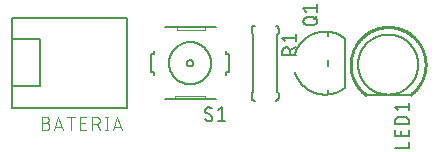
<source format=gbr>
G04 EAGLE Gerber X2 export*
%TF.Part,Single*%
%TF.FileFunction,Legend,Top,1*%
%TF.FilePolarity,Positive*%
%TF.GenerationSoftware,Autodesk,EAGLE,9.1.0*%
%TF.CreationDate,2018-09-09T02:29:42Z*%
G75*
%MOMM*%
%FSLAX34Y34*%
%LPD*%
%AMOC8*
5,1,8,0,0,1.08239X$1,22.5*%
G01*
%ADD10C,0.203200*%
%ADD11C,0.101600*%
%ADD12C,0.254000*%
%ADD13C,0.152400*%
%ADD14C,0.127000*%
%ADD15C,0.050800*%


D10*
X14000Y101600D02*
X14000Y83600D01*
X14000Y43650D01*
X14000Y25650D01*
X111750Y25650D01*
X111750Y101600D01*
X14000Y101600D01*
X38250Y83600D02*
X38250Y43650D01*
X38250Y83600D02*
X14000Y83600D01*
X14000Y43650D02*
X38250Y43650D01*
D11*
X39511Y12999D02*
X42757Y12999D01*
X42757Y13000D02*
X42870Y12998D01*
X42983Y12992D01*
X43096Y12982D01*
X43209Y12968D01*
X43321Y12951D01*
X43432Y12929D01*
X43542Y12904D01*
X43652Y12874D01*
X43760Y12841D01*
X43867Y12804D01*
X43973Y12764D01*
X44077Y12719D01*
X44180Y12671D01*
X44281Y12620D01*
X44380Y12565D01*
X44477Y12507D01*
X44572Y12445D01*
X44665Y12380D01*
X44755Y12312D01*
X44843Y12241D01*
X44929Y12166D01*
X45012Y12089D01*
X45092Y12009D01*
X45169Y11926D01*
X45244Y11840D01*
X45315Y11752D01*
X45383Y11662D01*
X45448Y11569D01*
X45510Y11474D01*
X45568Y11377D01*
X45623Y11278D01*
X45674Y11177D01*
X45722Y11074D01*
X45767Y10970D01*
X45807Y10864D01*
X45844Y10757D01*
X45877Y10649D01*
X45907Y10539D01*
X45932Y10429D01*
X45954Y10318D01*
X45971Y10206D01*
X45985Y10093D01*
X45995Y9980D01*
X46001Y9867D01*
X46003Y9754D01*
X46001Y9641D01*
X45995Y9528D01*
X45985Y9415D01*
X45971Y9302D01*
X45954Y9190D01*
X45932Y9079D01*
X45907Y8969D01*
X45877Y8859D01*
X45844Y8751D01*
X45807Y8644D01*
X45767Y8538D01*
X45722Y8434D01*
X45674Y8331D01*
X45623Y8230D01*
X45568Y8131D01*
X45510Y8034D01*
X45448Y7939D01*
X45383Y7846D01*
X45315Y7756D01*
X45244Y7668D01*
X45169Y7582D01*
X45092Y7499D01*
X45012Y7419D01*
X44929Y7342D01*
X44843Y7267D01*
X44755Y7196D01*
X44665Y7128D01*
X44572Y7063D01*
X44477Y7001D01*
X44380Y6943D01*
X44281Y6888D01*
X44180Y6837D01*
X44077Y6789D01*
X43973Y6744D01*
X43867Y6704D01*
X43760Y6667D01*
X43652Y6634D01*
X43542Y6604D01*
X43432Y6579D01*
X43321Y6557D01*
X43209Y6540D01*
X43096Y6526D01*
X42983Y6516D01*
X42870Y6510D01*
X42757Y6508D01*
X39511Y6508D01*
X39511Y18192D01*
X42757Y18192D01*
X42858Y18190D01*
X42958Y18184D01*
X43058Y18174D01*
X43158Y18161D01*
X43257Y18143D01*
X43356Y18122D01*
X43453Y18097D01*
X43550Y18068D01*
X43645Y18035D01*
X43739Y17999D01*
X43831Y17959D01*
X43922Y17916D01*
X44011Y17869D01*
X44098Y17819D01*
X44184Y17765D01*
X44267Y17708D01*
X44347Y17648D01*
X44426Y17585D01*
X44502Y17518D01*
X44575Y17449D01*
X44645Y17377D01*
X44713Y17303D01*
X44778Y17226D01*
X44839Y17146D01*
X44898Y17064D01*
X44953Y16980D01*
X45005Y16894D01*
X45054Y16806D01*
X45099Y16716D01*
X45141Y16624D01*
X45179Y16531D01*
X45213Y16436D01*
X45244Y16341D01*
X45271Y16244D01*
X45294Y16146D01*
X45314Y16047D01*
X45329Y15947D01*
X45341Y15847D01*
X45349Y15747D01*
X45353Y15646D01*
X45353Y15546D01*
X45349Y15445D01*
X45341Y15345D01*
X45329Y15245D01*
X45314Y15145D01*
X45294Y15046D01*
X45271Y14948D01*
X45244Y14851D01*
X45213Y14756D01*
X45179Y14661D01*
X45141Y14568D01*
X45099Y14476D01*
X45054Y14386D01*
X45005Y14298D01*
X44953Y14212D01*
X44898Y14128D01*
X44839Y14046D01*
X44778Y13966D01*
X44713Y13889D01*
X44645Y13815D01*
X44575Y13743D01*
X44502Y13674D01*
X44426Y13607D01*
X44347Y13544D01*
X44267Y13484D01*
X44184Y13427D01*
X44098Y13373D01*
X44011Y13323D01*
X43922Y13276D01*
X43831Y13233D01*
X43739Y13193D01*
X43645Y13157D01*
X43550Y13124D01*
X43453Y13095D01*
X43356Y13070D01*
X43257Y13049D01*
X43158Y13031D01*
X43058Y13018D01*
X42958Y13008D01*
X42858Y13002D01*
X42757Y13000D01*
X49742Y6508D02*
X53636Y18192D01*
X57531Y6508D01*
X56557Y9429D02*
X50715Y9429D01*
X64304Y6508D02*
X64304Y18192D01*
X61059Y18192D02*
X67550Y18192D01*
X72130Y6508D02*
X77323Y6508D01*
X72130Y6508D02*
X72130Y18192D01*
X77323Y18192D01*
X76025Y12999D02*
X72130Y12999D01*
X82087Y18192D02*
X82087Y6508D01*
X82087Y18192D02*
X85333Y18192D01*
X85446Y18190D01*
X85559Y18184D01*
X85672Y18174D01*
X85785Y18160D01*
X85897Y18143D01*
X86008Y18121D01*
X86118Y18096D01*
X86228Y18066D01*
X86336Y18033D01*
X86443Y17996D01*
X86549Y17956D01*
X86653Y17911D01*
X86756Y17863D01*
X86857Y17812D01*
X86956Y17757D01*
X87053Y17699D01*
X87148Y17637D01*
X87241Y17572D01*
X87331Y17504D01*
X87419Y17433D01*
X87505Y17358D01*
X87588Y17281D01*
X87668Y17201D01*
X87745Y17118D01*
X87820Y17032D01*
X87891Y16944D01*
X87959Y16854D01*
X88024Y16761D01*
X88086Y16666D01*
X88144Y16569D01*
X88199Y16470D01*
X88250Y16369D01*
X88298Y16266D01*
X88343Y16162D01*
X88383Y16056D01*
X88420Y15949D01*
X88453Y15841D01*
X88483Y15731D01*
X88508Y15621D01*
X88530Y15510D01*
X88547Y15398D01*
X88561Y15285D01*
X88571Y15172D01*
X88577Y15059D01*
X88579Y14946D01*
X88577Y14833D01*
X88571Y14720D01*
X88561Y14607D01*
X88547Y14494D01*
X88530Y14382D01*
X88508Y14271D01*
X88483Y14161D01*
X88453Y14051D01*
X88420Y13943D01*
X88383Y13836D01*
X88343Y13730D01*
X88298Y13626D01*
X88250Y13523D01*
X88199Y13422D01*
X88144Y13323D01*
X88086Y13226D01*
X88024Y13131D01*
X87959Y13038D01*
X87891Y12948D01*
X87820Y12860D01*
X87745Y12774D01*
X87668Y12691D01*
X87588Y12611D01*
X87505Y12534D01*
X87419Y12459D01*
X87331Y12388D01*
X87241Y12320D01*
X87148Y12255D01*
X87053Y12193D01*
X86956Y12135D01*
X86857Y12080D01*
X86756Y12029D01*
X86653Y11981D01*
X86549Y11936D01*
X86443Y11896D01*
X86336Y11859D01*
X86228Y11826D01*
X86118Y11796D01*
X86008Y11771D01*
X85897Y11749D01*
X85785Y11732D01*
X85672Y11718D01*
X85559Y11708D01*
X85446Y11702D01*
X85333Y11700D01*
X85333Y11701D02*
X82087Y11701D01*
X85982Y11701D02*
X88579Y6508D01*
X94403Y6508D02*
X94403Y18192D01*
X93105Y6508D02*
X95702Y6508D01*
X95702Y18192D02*
X93105Y18192D01*
X103547Y18192D02*
X99653Y6508D01*
X107442Y6508D02*
X103547Y18192D01*
X106468Y9429D02*
X100626Y9429D01*
D10*
X313690Y36830D02*
X351790Y36830D01*
D12*
X352406Y37304D01*
X353011Y37793D01*
X353603Y38297D01*
X354183Y38815D01*
X354750Y39347D01*
X355304Y39893D01*
X355844Y40452D01*
X356370Y41025D01*
X356883Y41610D01*
X357380Y42207D01*
X357863Y42816D01*
X358331Y43437D01*
X358784Y44070D01*
X359221Y44713D01*
X359642Y45367D01*
X360046Y46031D01*
X360435Y46704D01*
X360807Y47387D01*
X361162Y48079D01*
X361500Y48779D01*
X361821Y49487D01*
X362124Y50203D01*
X362410Y50927D01*
X362678Y51656D01*
X362928Y52393D01*
X363159Y53135D01*
X363373Y53883D01*
X363568Y54635D01*
X363745Y55393D01*
X363903Y56154D01*
X364043Y56919D01*
X364163Y57687D01*
X364265Y58458D01*
X364348Y59231D01*
X364412Y60006D01*
X364457Y60782D01*
X364483Y61559D01*
X364490Y62337D01*
X364478Y63114D01*
X364447Y63891D01*
X364396Y64667D01*
X364327Y65442D01*
X364239Y66214D01*
X364132Y66984D01*
X364006Y67752D01*
X363862Y68516D01*
X363698Y69276D01*
X363516Y70032D01*
X363316Y70783D01*
X363098Y71530D01*
X362861Y72270D01*
X362606Y73005D01*
X362333Y73733D01*
X362042Y74454D01*
X361734Y75168D01*
X361409Y75874D01*
X361066Y76572D01*
X360706Y77262D01*
X360330Y77942D01*
X359937Y78613D01*
X359527Y79274D01*
X359102Y79925D01*
X358661Y80565D01*
X358204Y81194D01*
X357732Y81812D01*
X357245Y82418D01*
X356743Y83012D01*
X356227Y83594D01*
X355697Y84163D01*
X355153Y84718D01*
X354595Y85261D01*
X354025Y85789D01*
X353442Y86303D01*
X352846Y86803D01*
X352238Y87288D01*
X351619Y87758D01*
X350988Y88212D01*
X350346Y88651D01*
X349694Y89075D01*
X349031Y89482D01*
X348359Y89873D01*
X347677Y90247D01*
X346987Y90604D01*
X346288Y90944D01*
X345580Y91268D01*
X344866Y91573D01*
X344143Y91862D01*
X343414Y92132D01*
X342679Y92384D01*
X341937Y92619D01*
X341190Y92835D01*
X340438Y93033D01*
X339682Y93212D01*
X338921Y93373D01*
X338157Y93515D01*
X337389Y93638D01*
X336618Y93742D01*
X335845Y93828D01*
X335071Y93894D01*
X334295Y93942D01*
X333518Y93970D01*
X332740Y93980D01*
X331962Y93970D01*
X331185Y93942D01*
X330409Y93894D01*
X329635Y93828D01*
X328862Y93742D01*
X328091Y93638D01*
X327323Y93515D01*
X326559Y93373D01*
X325798Y93212D01*
X325042Y93033D01*
X324290Y92835D01*
X323543Y92619D01*
X322801Y92384D01*
X322066Y92132D01*
X321337Y91862D01*
X320614Y91573D01*
X319900Y91268D01*
X319192Y90944D01*
X318493Y90604D01*
X317803Y90247D01*
X317121Y89873D01*
X316449Y89482D01*
X315786Y89075D01*
X315134Y88651D01*
X314492Y88212D01*
X313861Y87758D01*
X313242Y87288D01*
X312634Y86803D01*
X312038Y86303D01*
X311455Y85789D01*
X310885Y85261D01*
X310327Y84718D01*
X309783Y84163D01*
X309253Y83594D01*
X308737Y83012D01*
X308235Y82418D01*
X307748Y81812D01*
X307276Y81194D01*
X306819Y80565D01*
X306378Y79925D01*
X305953Y79274D01*
X305543Y78613D01*
X305150Y77942D01*
X304774Y77262D01*
X304414Y76572D01*
X304071Y75874D01*
X303746Y75168D01*
X303438Y74454D01*
X303147Y73733D01*
X302874Y73005D01*
X302619Y72270D01*
X302382Y71530D01*
X302164Y70783D01*
X301964Y70032D01*
X301782Y69276D01*
X301618Y68516D01*
X301474Y67752D01*
X301348Y66984D01*
X301241Y66214D01*
X301153Y65442D01*
X301084Y64667D01*
X301033Y63891D01*
X301002Y63114D01*
X300990Y62337D01*
X300997Y61559D01*
X301023Y60782D01*
X301068Y60006D01*
X301132Y59231D01*
X301215Y58458D01*
X301317Y57687D01*
X301437Y56919D01*
X301577Y56154D01*
X301735Y55393D01*
X301912Y54635D01*
X302107Y53883D01*
X302321Y53135D01*
X302552Y52393D01*
X302802Y51656D01*
X303070Y50927D01*
X303356Y50203D01*
X303659Y49487D01*
X303980Y48779D01*
X304318Y48079D01*
X304673Y47387D01*
X305045Y46704D01*
X305434Y46031D01*
X305838Y45367D01*
X306259Y44713D01*
X306696Y44070D01*
X307149Y43437D01*
X307617Y42816D01*
X308100Y42207D01*
X308597Y41610D01*
X309110Y41025D01*
X309636Y40452D01*
X310176Y39893D01*
X310730Y39347D01*
X311297Y38815D01*
X311877Y38297D01*
X312469Y37793D01*
X313074Y37304D01*
X313690Y36830D01*
D13*
X307340Y62230D02*
X307348Y62853D01*
X307371Y63476D01*
X307409Y64099D01*
X307462Y64720D01*
X307531Y65339D01*
X307615Y65957D01*
X307714Y66572D01*
X307828Y67185D01*
X307957Y67795D01*
X308101Y68402D01*
X308260Y69005D01*
X308434Y69603D01*
X308622Y70198D01*
X308825Y70787D01*
X309042Y71371D01*
X309273Y71950D01*
X309519Y72523D01*
X309779Y73090D01*
X310052Y73650D01*
X310339Y74203D01*
X310640Y74750D01*
X310954Y75288D01*
X311281Y75819D01*
X311621Y76341D01*
X311973Y76856D01*
X312339Y77361D01*
X312716Y77857D01*
X313106Y78344D01*
X313507Y78821D01*
X313920Y79288D01*
X314344Y79744D01*
X314779Y80191D01*
X315226Y80626D01*
X315682Y81050D01*
X316149Y81463D01*
X316626Y81864D01*
X317113Y82254D01*
X317609Y82631D01*
X318114Y82997D01*
X318629Y83349D01*
X319151Y83689D01*
X319682Y84016D01*
X320220Y84330D01*
X320767Y84631D01*
X321320Y84918D01*
X321880Y85191D01*
X322447Y85451D01*
X323020Y85697D01*
X323599Y85928D01*
X324183Y86145D01*
X324772Y86348D01*
X325367Y86536D01*
X325965Y86710D01*
X326568Y86869D01*
X327175Y87013D01*
X327785Y87142D01*
X328398Y87256D01*
X329013Y87355D01*
X329631Y87439D01*
X330250Y87508D01*
X330871Y87561D01*
X331494Y87599D01*
X332117Y87622D01*
X332740Y87630D01*
X333363Y87622D01*
X333986Y87599D01*
X334609Y87561D01*
X335230Y87508D01*
X335849Y87439D01*
X336467Y87355D01*
X337082Y87256D01*
X337695Y87142D01*
X338305Y87013D01*
X338912Y86869D01*
X339515Y86710D01*
X340113Y86536D01*
X340708Y86348D01*
X341297Y86145D01*
X341881Y85928D01*
X342460Y85697D01*
X343033Y85451D01*
X343600Y85191D01*
X344160Y84918D01*
X344713Y84631D01*
X345260Y84330D01*
X345798Y84016D01*
X346329Y83689D01*
X346851Y83349D01*
X347366Y82997D01*
X347871Y82631D01*
X348367Y82254D01*
X348854Y81864D01*
X349331Y81463D01*
X349798Y81050D01*
X350254Y80626D01*
X350701Y80191D01*
X351136Y79744D01*
X351560Y79288D01*
X351973Y78821D01*
X352374Y78344D01*
X352764Y77857D01*
X353141Y77361D01*
X353507Y76856D01*
X353859Y76341D01*
X354199Y75819D01*
X354526Y75288D01*
X354840Y74750D01*
X355141Y74203D01*
X355428Y73650D01*
X355701Y73090D01*
X355961Y72523D01*
X356207Y71950D01*
X356438Y71371D01*
X356655Y70787D01*
X356858Y70198D01*
X357046Y69603D01*
X357220Y69005D01*
X357379Y68402D01*
X357523Y67795D01*
X357652Y67185D01*
X357766Y66572D01*
X357865Y65957D01*
X357949Y65339D01*
X358018Y64720D01*
X358071Y64099D01*
X358109Y63476D01*
X358132Y62853D01*
X358140Y62230D01*
X358132Y61607D01*
X358109Y60984D01*
X358071Y60361D01*
X358018Y59740D01*
X357949Y59121D01*
X357865Y58503D01*
X357766Y57888D01*
X357652Y57275D01*
X357523Y56665D01*
X357379Y56058D01*
X357220Y55455D01*
X357046Y54857D01*
X356858Y54262D01*
X356655Y53673D01*
X356438Y53089D01*
X356207Y52510D01*
X355961Y51937D01*
X355701Y51370D01*
X355428Y50810D01*
X355141Y50257D01*
X354840Y49710D01*
X354526Y49172D01*
X354199Y48641D01*
X353859Y48119D01*
X353507Y47604D01*
X353141Y47099D01*
X352764Y46603D01*
X352374Y46116D01*
X351973Y45639D01*
X351560Y45172D01*
X351136Y44716D01*
X350701Y44269D01*
X350254Y43834D01*
X349798Y43410D01*
X349331Y42997D01*
X348854Y42596D01*
X348367Y42206D01*
X347871Y41829D01*
X347366Y41463D01*
X346851Y41111D01*
X346329Y40771D01*
X345798Y40444D01*
X345260Y40130D01*
X344713Y39829D01*
X344160Y39542D01*
X343600Y39269D01*
X343033Y39009D01*
X342460Y38763D01*
X341881Y38532D01*
X341297Y38315D01*
X340708Y38112D01*
X340113Y37924D01*
X339515Y37750D01*
X338912Y37591D01*
X338305Y37447D01*
X337695Y37318D01*
X337082Y37204D01*
X336467Y37105D01*
X335849Y37021D01*
X335230Y36952D01*
X334609Y36899D01*
X333986Y36861D01*
X333363Y36838D01*
X332740Y36830D01*
X332117Y36838D01*
X331494Y36861D01*
X330871Y36899D01*
X330250Y36952D01*
X329631Y37021D01*
X329013Y37105D01*
X328398Y37204D01*
X327785Y37318D01*
X327175Y37447D01*
X326568Y37591D01*
X325965Y37750D01*
X325367Y37924D01*
X324772Y38112D01*
X324183Y38315D01*
X323599Y38532D01*
X323020Y38763D01*
X322447Y39009D01*
X321880Y39269D01*
X321320Y39542D01*
X320767Y39829D01*
X320220Y40130D01*
X319682Y40444D01*
X319151Y40771D01*
X318629Y41111D01*
X318114Y41463D01*
X317609Y41829D01*
X317113Y42206D01*
X316626Y42596D01*
X316149Y42997D01*
X315682Y43410D01*
X315226Y43834D01*
X314779Y44269D01*
X314344Y44716D01*
X313920Y45172D01*
X313507Y45639D01*
X313106Y46116D01*
X312716Y46603D01*
X312339Y47099D01*
X311973Y47604D01*
X311621Y48119D01*
X311281Y48641D01*
X310954Y49172D01*
X310640Y49710D01*
X310339Y50257D01*
X310052Y50810D01*
X309779Y51370D01*
X309519Y51937D01*
X309273Y52510D01*
X309042Y53089D01*
X308825Y53673D01*
X308622Y54262D01*
X308434Y54857D01*
X308260Y55455D01*
X308101Y56058D01*
X307957Y56665D01*
X307828Y57275D01*
X307714Y57888D01*
X307615Y58503D01*
X307531Y59121D01*
X307462Y59740D01*
X307409Y60361D01*
X307371Y60984D01*
X307348Y61607D01*
X307340Y62230D01*
D14*
X338709Y-8103D02*
X350139Y-8103D01*
X350139Y-3023D01*
X350139Y1803D02*
X350139Y6883D01*
X350139Y1803D02*
X338709Y1803D01*
X338709Y6883D01*
X343789Y5613D02*
X343789Y1803D01*
X338709Y11684D02*
X350139Y11684D01*
X338709Y11684D02*
X338709Y14859D01*
X338711Y14970D01*
X338717Y15080D01*
X338726Y15191D01*
X338740Y15301D01*
X338757Y15410D01*
X338778Y15519D01*
X338803Y15627D01*
X338832Y15734D01*
X338864Y15840D01*
X338900Y15945D01*
X338940Y16048D01*
X338983Y16150D01*
X339030Y16251D01*
X339081Y16350D01*
X339134Y16446D01*
X339191Y16541D01*
X339252Y16634D01*
X339315Y16725D01*
X339382Y16814D01*
X339452Y16900D01*
X339525Y16983D01*
X339600Y17065D01*
X339678Y17143D01*
X339760Y17218D01*
X339843Y17291D01*
X339929Y17361D01*
X340018Y17428D01*
X340109Y17491D01*
X340202Y17552D01*
X340297Y17609D01*
X340393Y17662D01*
X340492Y17713D01*
X340593Y17760D01*
X340695Y17803D01*
X340798Y17843D01*
X340903Y17879D01*
X341009Y17911D01*
X341116Y17940D01*
X341224Y17965D01*
X341333Y17986D01*
X341442Y18003D01*
X341552Y18017D01*
X341663Y18026D01*
X341773Y18032D01*
X341884Y18034D01*
X346964Y18034D01*
X347075Y18032D01*
X347185Y18026D01*
X347296Y18017D01*
X347406Y18003D01*
X347515Y17986D01*
X347624Y17965D01*
X347732Y17940D01*
X347839Y17911D01*
X347945Y17879D01*
X348050Y17843D01*
X348153Y17803D01*
X348255Y17760D01*
X348356Y17713D01*
X348455Y17662D01*
X348552Y17609D01*
X348646Y17552D01*
X348739Y17491D01*
X348830Y17428D01*
X348919Y17361D01*
X349005Y17291D01*
X349088Y17218D01*
X349170Y17143D01*
X349248Y17065D01*
X349323Y16983D01*
X349396Y16900D01*
X349466Y16814D01*
X349533Y16725D01*
X349596Y16634D01*
X349657Y16541D01*
X349714Y16447D01*
X349767Y16350D01*
X349818Y16251D01*
X349865Y16150D01*
X349908Y16048D01*
X349948Y15945D01*
X349984Y15840D01*
X350016Y15734D01*
X350045Y15627D01*
X350070Y15519D01*
X350091Y15410D01*
X350108Y15301D01*
X350122Y15191D01*
X350131Y15080D01*
X350137Y14970D01*
X350139Y14859D01*
X350139Y11684D01*
X341249Y23495D02*
X338709Y26670D01*
X350139Y26670D01*
X350139Y23495D02*
X350139Y29845D01*
X295909Y42554D02*
X295405Y42167D01*
X294892Y41791D01*
X294370Y41428D01*
X293840Y41077D01*
X293302Y40740D01*
X292755Y40415D01*
X292201Y40103D01*
X291640Y39804D01*
X291071Y39519D01*
X290496Y39248D01*
X289915Y38990D01*
X289328Y38747D01*
X288735Y38517D01*
X288137Y38302D01*
X287534Y38101D01*
X286926Y37914D01*
X286314Y37742D01*
X285698Y37584D01*
X285078Y37442D01*
X284456Y37314D01*
X283830Y37201D01*
X283202Y37102D01*
X282572Y37019D01*
X281939Y36951D01*
X281940Y36951D02*
X281291Y36897D01*
X280642Y36859D01*
X279991Y36837D01*
X279340Y36830D01*
X278689Y36839D01*
X278039Y36865D01*
X277389Y36906D01*
X276741Y36963D01*
X276094Y37036D01*
X275449Y37124D01*
X274806Y37229D01*
X274166Y37349D01*
X273530Y37484D01*
X272896Y37635D01*
X272267Y37802D01*
X271642Y37983D01*
X271021Y38180D01*
X270406Y38392D01*
X269796Y38619D01*
X269191Y38861D01*
X268593Y39118D01*
X268001Y39389D01*
X267416Y39674D01*
X266838Y39974D01*
X266268Y40287D01*
X265705Y40615D01*
X265151Y40956D01*
X264605Y41310D01*
X264068Y41678D01*
X263539Y42059D01*
X263021Y42452D01*
X262512Y42858D01*
X262013Y43276D01*
X261525Y43707D01*
X261047Y44149D01*
X260580Y44603D01*
X260125Y45068D01*
X259681Y45544D01*
X259248Y46030D01*
X258828Y46527D01*
X258420Y47034D01*
X258024Y47551D01*
X257641Y48078D01*
X257271Y48614D01*
X256914Y49158D01*
X256571Y49711D01*
X256241Y50272D01*
X255925Y50842D01*
X255623Y51418D01*
X255336Y52002D01*
X255062Y52593D01*
X254803Y53190D01*
X254559Y53794D01*
X254329Y54403D01*
X254115Y55017D01*
X253915Y55637D01*
X253915Y71363D02*
X254114Y71978D01*
X254326Y72589D01*
X254554Y73194D01*
X254796Y73793D01*
X255053Y74386D01*
X255324Y74973D01*
X255609Y75553D01*
X255908Y76126D01*
X256221Y76692D01*
X256548Y77250D01*
X256888Y77800D01*
X257241Y78341D01*
X257607Y78874D01*
X257986Y79397D01*
X258378Y79912D01*
X258781Y80416D01*
X259198Y80911D01*
X259625Y81396D01*
X260065Y81870D01*
X260516Y82333D01*
X260978Y82785D01*
X261451Y83226D01*
X261934Y83655D01*
X262428Y84072D01*
X262931Y84478D01*
X263444Y84871D01*
X263967Y85251D01*
X264499Y85619D01*
X265039Y85973D01*
X265588Y86315D01*
X266145Y86643D01*
X266710Y86957D01*
X267282Y87258D01*
X267861Y87545D01*
X268448Y87817D01*
X269040Y88076D01*
X269639Y88319D01*
X270243Y88549D01*
X270853Y88763D01*
X271468Y88963D01*
X272087Y89148D01*
X272711Y89318D01*
X273339Y89472D01*
X273970Y89611D01*
X274604Y89735D01*
X275242Y89844D01*
X275881Y89937D01*
X276523Y90014D01*
X277166Y90076D01*
X277811Y90123D01*
X278457Y90153D01*
X279103Y90168D01*
X279749Y90168D01*
X280396Y90151D01*
X281041Y90119D01*
X281686Y90072D01*
X282329Y90009D01*
X282971Y89930D01*
X283610Y89836D01*
X284247Y89726D01*
X284882Y89601D01*
X285513Y89460D01*
X286140Y89304D01*
X286763Y89133D01*
X287382Y88947D01*
X287997Y88746D01*
X288606Y88531D01*
X289210Y88300D01*
X289808Y88055D01*
X290400Y87796D01*
X290986Y87522D01*
X291565Y87234D01*
X292136Y86932D01*
X292701Y86617D01*
X293257Y86288D01*
X293805Y85945D01*
X294345Y85589D01*
X294876Y85221D01*
X295398Y84839D01*
X295910Y84445D01*
X295910Y42555D01*
X281940Y40963D02*
X281940Y36951D01*
X281940Y60637D02*
X281940Y66363D01*
X281940Y86037D02*
X281940Y90049D01*
X269240Y95885D02*
X264160Y95885D01*
X264049Y95887D01*
X263939Y95893D01*
X263828Y95902D01*
X263718Y95916D01*
X263609Y95933D01*
X263500Y95954D01*
X263392Y95979D01*
X263285Y96008D01*
X263179Y96040D01*
X263074Y96076D01*
X262971Y96116D01*
X262869Y96159D01*
X262768Y96206D01*
X262669Y96257D01*
X262573Y96310D01*
X262478Y96367D01*
X262385Y96428D01*
X262294Y96491D01*
X262205Y96558D01*
X262119Y96628D01*
X262036Y96701D01*
X261954Y96776D01*
X261876Y96854D01*
X261801Y96936D01*
X261728Y97019D01*
X261658Y97105D01*
X261591Y97194D01*
X261528Y97285D01*
X261467Y97378D01*
X261410Y97472D01*
X261357Y97569D01*
X261306Y97668D01*
X261259Y97769D01*
X261216Y97871D01*
X261176Y97974D01*
X261140Y98079D01*
X261108Y98185D01*
X261079Y98292D01*
X261054Y98400D01*
X261033Y98509D01*
X261016Y98618D01*
X261002Y98728D01*
X260993Y98839D01*
X260987Y98949D01*
X260985Y99060D01*
X260987Y99171D01*
X260993Y99281D01*
X261002Y99392D01*
X261016Y99502D01*
X261033Y99611D01*
X261054Y99720D01*
X261079Y99828D01*
X261108Y99935D01*
X261140Y100041D01*
X261176Y100146D01*
X261216Y100249D01*
X261259Y100351D01*
X261306Y100452D01*
X261357Y100551D01*
X261410Y100648D01*
X261467Y100742D01*
X261528Y100835D01*
X261591Y100926D01*
X261658Y101015D01*
X261728Y101101D01*
X261801Y101184D01*
X261876Y101266D01*
X261954Y101344D01*
X262036Y101419D01*
X262119Y101492D01*
X262205Y101562D01*
X262294Y101629D01*
X262385Y101692D01*
X262478Y101753D01*
X262573Y101810D01*
X262669Y101863D01*
X262768Y101914D01*
X262869Y101961D01*
X262971Y102004D01*
X263074Y102044D01*
X263179Y102080D01*
X263285Y102112D01*
X263392Y102141D01*
X263500Y102166D01*
X263609Y102187D01*
X263718Y102204D01*
X263828Y102218D01*
X263939Y102227D01*
X264049Y102233D01*
X264160Y102235D01*
X269240Y102235D01*
X269351Y102233D01*
X269461Y102227D01*
X269572Y102218D01*
X269682Y102204D01*
X269791Y102187D01*
X269900Y102166D01*
X270008Y102141D01*
X270115Y102112D01*
X270221Y102080D01*
X270326Y102044D01*
X270429Y102004D01*
X270531Y101961D01*
X270632Y101914D01*
X270731Y101863D01*
X270828Y101810D01*
X270922Y101753D01*
X271015Y101692D01*
X271106Y101629D01*
X271195Y101562D01*
X271281Y101492D01*
X271364Y101419D01*
X271446Y101344D01*
X271524Y101266D01*
X271599Y101184D01*
X271672Y101101D01*
X271742Y101015D01*
X271809Y100926D01*
X271872Y100835D01*
X271933Y100742D01*
X271990Y100647D01*
X272043Y100551D01*
X272094Y100452D01*
X272141Y100351D01*
X272184Y100249D01*
X272224Y100146D01*
X272260Y100041D01*
X272292Y99935D01*
X272321Y99828D01*
X272346Y99720D01*
X272367Y99611D01*
X272384Y99502D01*
X272398Y99392D01*
X272407Y99281D01*
X272413Y99171D01*
X272415Y99060D01*
X272413Y98949D01*
X272407Y98839D01*
X272398Y98728D01*
X272384Y98618D01*
X272367Y98509D01*
X272346Y98400D01*
X272321Y98292D01*
X272292Y98185D01*
X272260Y98079D01*
X272224Y97974D01*
X272184Y97871D01*
X272141Y97769D01*
X272094Y97668D01*
X272043Y97569D01*
X271990Y97472D01*
X271933Y97378D01*
X271872Y97285D01*
X271809Y97194D01*
X271742Y97105D01*
X271672Y97019D01*
X271599Y96936D01*
X271524Y96854D01*
X271446Y96776D01*
X271364Y96701D01*
X271281Y96628D01*
X271195Y96558D01*
X271106Y96491D01*
X271015Y96428D01*
X270922Y96367D01*
X270828Y96310D01*
X270731Y96257D01*
X270632Y96206D01*
X270531Y96159D01*
X270429Y96116D01*
X270326Y96076D01*
X270221Y96040D01*
X270115Y96008D01*
X270008Y95979D01*
X269900Y95954D01*
X269791Y95933D01*
X269682Y95916D01*
X269572Y95902D01*
X269461Y95893D01*
X269351Y95887D01*
X269240Y95885D01*
X269875Y100965D02*
X272415Y103505D01*
X263525Y106946D02*
X260985Y110121D01*
X272415Y110121D01*
X272415Y106946D02*
X272415Y113296D01*
D13*
X240030Y92710D02*
X240028Y92810D01*
X240022Y92909D01*
X240012Y93009D01*
X239999Y93107D01*
X239981Y93206D01*
X239960Y93303D01*
X239935Y93399D01*
X239906Y93495D01*
X239873Y93589D01*
X239837Y93682D01*
X239797Y93773D01*
X239753Y93863D01*
X239706Y93951D01*
X239656Y94037D01*
X239602Y94121D01*
X239545Y94203D01*
X239485Y94282D01*
X239421Y94360D01*
X239355Y94434D01*
X239286Y94506D01*
X239214Y94575D01*
X239140Y94641D01*
X239062Y94705D01*
X238983Y94765D01*
X238901Y94822D01*
X238817Y94876D01*
X238731Y94926D01*
X238643Y94973D01*
X238553Y95017D01*
X238462Y95057D01*
X238369Y95093D01*
X238275Y95126D01*
X238179Y95155D01*
X238083Y95180D01*
X237986Y95201D01*
X237887Y95219D01*
X237789Y95232D01*
X237689Y95242D01*
X237590Y95248D01*
X237490Y95250D01*
X219710Y95250D02*
X219610Y95248D01*
X219511Y95242D01*
X219411Y95232D01*
X219313Y95219D01*
X219214Y95201D01*
X219117Y95180D01*
X219021Y95155D01*
X218925Y95126D01*
X218831Y95093D01*
X218738Y95057D01*
X218647Y95017D01*
X218557Y94973D01*
X218469Y94926D01*
X218383Y94876D01*
X218299Y94822D01*
X218217Y94765D01*
X218138Y94705D01*
X218060Y94641D01*
X217986Y94575D01*
X217914Y94506D01*
X217845Y94434D01*
X217779Y94360D01*
X217715Y94282D01*
X217655Y94203D01*
X217598Y94121D01*
X217544Y94037D01*
X217494Y93951D01*
X217447Y93863D01*
X217403Y93773D01*
X217363Y93682D01*
X217327Y93589D01*
X217294Y93495D01*
X217265Y93399D01*
X217240Y93303D01*
X217219Y93206D01*
X217201Y93107D01*
X217188Y93009D01*
X217178Y92909D01*
X217172Y92810D01*
X217170Y92710D01*
X217170Y34290D02*
X217172Y34190D01*
X217178Y34091D01*
X217188Y33991D01*
X217201Y33893D01*
X217219Y33794D01*
X217240Y33697D01*
X217265Y33601D01*
X217294Y33505D01*
X217327Y33411D01*
X217363Y33318D01*
X217403Y33227D01*
X217447Y33137D01*
X217494Y33049D01*
X217544Y32963D01*
X217598Y32879D01*
X217655Y32797D01*
X217715Y32718D01*
X217779Y32640D01*
X217845Y32566D01*
X217914Y32494D01*
X217986Y32425D01*
X218060Y32359D01*
X218138Y32295D01*
X218217Y32235D01*
X218299Y32178D01*
X218383Y32124D01*
X218469Y32074D01*
X218557Y32027D01*
X218647Y31983D01*
X218738Y31943D01*
X218831Y31907D01*
X218925Y31874D01*
X219021Y31845D01*
X219117Y31820D01*
X219214Y31799D01*
X219313Y31781D01*
X219411Y31768D01*
X219511Y31758D01*
X219610Y31752D01*
X219710Y31750D01*
X237490Y31750D02*
X237590Y31752D01*
X237689Y31758D01*
X237789Y31768D01*
X237887Y31781D01*
X237986Y31799D01*
X238083Y31820D01*
X238179Y31845D01*
X238275Y31874D01*
X238369Y31907D01*
X238462Y31943D01*
X238553Y31983D01*
X238643Y32027D01*
X238731Y32074D01*
X238817Y32124D01*
X238901Y32178D01*
X238983Y32235D01*
X239062Y32295D01*
X239140Y32359D01*
X239214Y32425D01*
X239286Y32494D01*
X239355Y32566D01*
X239421Y32640D01*
X239485Y32718D01*
X239545Y32797D01*
X239602Y32879D01*
X239656Y32963D01*
X239706Y33049D01*
X239753Y33137D01*
X239797Y33227D01*
X239837Y33318D01*
X239873Y33411D01*
X239906Y33505D01*
X239935Y33601D01*
X239960Y33697D01*
X239981Y33794D01*
X239999Y33893D01*
X240012Y33991D01*
X240022Y34091D01*
X240028Y34190D01*
X240030Y34290D01*
X240030Y88900D02*
X240030Y92710D01*
X240030Y88900D02*
X238760Y87630D01*
X217170Y88900D02*
X217170Y92710D01*
X217170Y88900D02*
X218440Y87630D01*
X238760Y39370D02*
X240030Y38100D01*
X238760Y39370D02*
X238760Y87630D01*
X218440Y39370D02*
X217170Y38100D01*
X218440Y39370D02*
X218440Y87630D01*
X240030Y38100D02*
X240030Y34290D01*
X217170Y34290D02*
X217170Y38100D01*
D14*
X243205Y70568D02*
X254635Y70568D01*
X243205Y70568D02*
X243205Y73743D01*
X243207Y73854D01*
X243213Y73964D01*
X243222Y74075D01*
X243236Y74185D01*
X243253Y74294D01*
X243274Y74403D01*
X243299Y74511D01*
X243328Y74618D01*
X243360Y74724D01*
X243396Y74829D01*
X243436Y74932D01*
X243479Y75034D01*
X243526Y75135D01*
X243577Y75234D01*
X243630Y75330D01*
X243687Y75425D01*
X243748Y75518D01*
X243811Y75609D01*
X243878Y75698D01*
X243948Y75784D01*
X244021Y75867D01*
X244096Y75949D01*
X244174Y76027D01*
X244256Y76102D01*
X244339Y76175D01*
X244425Y76245D01*
X244514Y76312D01*
X244605Y76375D01*
X244698Y76436D01*
X244793Y76493D01*
X244889Y76546D01*
X244988Y76597D01*
X245089Y76644D01*
X245191Y76687D01*
X245294Y76727D01*
X245399Y76763D01*
X245505Y76795D01*
X245612Y76824D01*
X245720Y76849D01*
X245829Y76870D01*
X245938Y76887D01*
X246048Y76901D01*
X246159Y76910D01*
X246269Y76916D01*
X246380Y76918D01*
X246491Y76916D01*
X246601Y76910D01*
X246712Y76901D01*
X246822Y76887D01*
X246931Y76870D01*
X247040Y76849D01*
X247148Y76824D01*
X247255Y76795D01*
X247361Y76763D01*
X247466Y76727D01*
X247569Y76687D01*
X247671Y76644D01*
X247772Y76597D01*
X247871Y76546D01*
X247968Y76493D01*
X248062Y76436D01*
X248155Y76375D01*
X248246Y76312D01*
X248335Y76245D01*
X248421Y76175D01*
X248504Y76102D01*
X248586Y76027D01*
X248664Y75949D01*
X248739Y75867D01*
X248812Y75784D01*
X248882Y75698D01*
X248949Y75609D01*
X249012Y75518D01*
X249073Y75425D01*
X249130Y75331D01*
X249183Y75234D01*
X249234Y75135D01*
X249281Y75034D01*
X249324Y74932D01*
X249364Y74829D01*
X249400Y74724D01*
X249432Y74618D01*
X249461Y74511D01*
X249486Y74403D01*
X249507Y74294D01*
X249524Y74185D01*
X249538Y74075D01*
X249547Y73964D01*
X249553Y73854D01*
X249555Y73743D01*
X249555Y70568D01*
X249555Y74378D02*
X254635Y76918D01*
X245745Y81915D02*
X243205Y85090D01*
X254635Y85090D01*
X254635Y81915D02*
X254635Y88265D01*
D13*
X134620Y71120D02*
X132080Y71120D01*
X132080Y55880D01*
X134620Y55880D01*
X195580Y55880D02*
X198120Y55880D01*
X198120Y71120D01*
X195580Y71120D01*
D15*
X177800Y35560D02*
X177800Y33020D01*
X177800Y35560D02*
X152400Y35560D01*
X152400Y33020D01*
X153670Y91440D02*
X177800Y91440D01*
X153670Y91440D02*
X153670Y93980D01*
X177800Y93980D02*
X177800Y91440D01*
D13*
X177800Y93980D02*
X186690Y93980D01*
X152400Y33020D02*
X143510Y33020D01*
X152400Y33020D02*
X177800Y33020D01*
X186690Y33020D01*
X177800Y93980D02*
X153670Y93980D01*
X143510Y93980D01*
X134620Y73660D02*
X134620Y71120D01*
X134620Y55880D02*
X134620Y53340D01*
X195580Y71120D02*
X195580Y73660D01*
X195580Y55880D02*
X195580Y53340D01*
X147320Y63500D02*
X147325Y63936D01*
X147341Y64372D01*
X147368Y64808D01*
X147406Y65243D01*
X147454Y65676D01*
X147512Y66109D01*
X147582Y66540D01*
X147662Y66969D01*
X147752Y67396D01*
X147853Y67820D01*
X147964Y68242D01*
X148086Y68661D01*
X148217Y69077D01*
X148359Y69490D01*
X148511Y69899D01*
X148673Y70304D01*
X148845Y70705D01*
X149027Y71102D01*
X149218Y71494D01*
X149419Y71881D01*
X149630Y72264D01*
X149850Y72641D01*
X150079Y73012D01*
X150316Y73378D01*
X150563Y73738D01*
X150819Y74092D01*
X151083Y74439D01*
X151356Y74780D01*
X151637Y75113D01*
X151926Y75440D01*
X152223Y75760D01*
X152528Y76072D01*
X152840Y76377D01*
X153160Y76674D01*
X153487Y76963D01*
X153820Y77244D01*
X154161Y77517D01*
X154508Y77781D01*
X154862Y78037D01*
X155222Y78284D01*
X155588Y78521D01*
X155959Y78750D01*
X156336Y78970D01*
X156719Y79181D01*
X157106Y79382D01*
X157498Y79573D01*
X157895Y79755D01*
X158296Y79927D01*
X158701Y80089D01*
X159110Y80241D01*
X159523Y80383D01*
X159939Y80514D01*
X160358Y80636D01*
X160780Y80747D01*
X161204Y80848D01*
X161631Y80938D01*
X162060Y81018D01*
X162491Y81088D01*
X162924Y81146D01*
X163357Y81194D01*
X163792Y81232D01*
X164228Y81259D01*
X164664Y81275D01*
X165100Y81280D01*
X165536Y81275D01*
X165972Y81259D01*
X166408Y81232D01*
X166843Y81194D01*
X167276Y81146D01*
X167709Y81088D01*
X168140Y81018D01*
X168569Y80938D01*
X168996Y80848D01*
X169420Y80747D01*
X169842Y80636D01*
X170261Y80514D01*
X170677Y80383D01*
X171090Y80241D01*
X171499Y80089D01*
X171904Y79927D01*
X172305Y79755D01*
X172702Y79573D01*
X173094Y79382D01*
X173481Y79181D01*
X173864Y78970D01*
X174241Y78750D01*
X174612Y78521D01*
X174978Y78284D01*
X175338Y78037D01*
X175692Y77781D01*
X176039Y77517D01*
X176380Y77244D01*
X176713Y76963D01*
X177040Y76674D01*
X177360Y76377D01*
X177672Y76072D01*
X177977Y75760D01*
X178274Y75440D01*
X178563Y75113D01*
X178844Y74780D01*
X179117Y74439D01*
X179381Y74092D01*
X179637Y73738D01*
X179884Y73378D01*
X180121Y73012D01*
X180350Y72641D01*
X180570Y72264D01*
X180781Y71881D01*
X180982Y71494D01*
X181173Y71102D01*
X181355Y70705D01*
X181527Y70304D01*
X181689Y69899D01*
X181841Y69490D01*
X181983Y69077D01*
X182114Y68661D01*
X182236Y68242D01*
X182347Y67820D01*
X182448Y67396D01*
X182538Y66969D01*
X182618Y66540D01*
X182688Y66109D01*
X182746Y65676D01*
X182794Y65243D01*
X182832Y64808D01*
X182859Y64372D01*
X182875Y63936D01*
X182880Y63500D01*
X182875Y63064D01*
X182859Y62628D01*
X182832Y62192D01*
X182794Y61757D01*
X182746Y61324D01*
X182688Y60891D01*
X182618Y60460D01*
X182538Y60031D01*
X182448Y59604D01*
X182347Y59180D01*
X182236Y58758D01*
X182114Y58339D01*
X181983Y57923D01*
X181841Y57510D01*
X181689Y57101D01*
X181527Y56696D01*
X181355Y56295D01*
X181173Y55898D01*
X180982Y55506D01*
X180781Y55119D01*
X180570Y54736D01*
X180350Y54359D01*
X180121Y53988D01*
X179884Y53622D01*
X179637Y53262D01*
X179381Y52908D01*
X179117Y52561D01*
X178844Y52220D01*
X178563Y51887D01*
X178274Y51560D01*
X177977Y51240D01*
X177672Y50928D01*
X177360Y50623D01*
X177040Y50326D01*
X176713Y50037D01*
X176380Y49756D01*
X176039Y49483D01*
X175692Y49219D01*
X175338Y48963D01*
X174978Y48716D01*
X174612Y48479D01*
X174241Y48250D01*
X173864Y48030D01*
X173481Y47819D01*
X173094Y47618D01*
X172702Y47427D01*
X172305Y47245D01*
X171904Y47073D01*
X171499Y46911D01*
X171090Y46759D01*
X170677Y46617D01*
X170261Y46486D01*
X169842Y46364D01*
X169420Y46253D01*
X168996Y46152D01*
X168569Y46062D01*
X168140Y45982D01*
X167709Y45912D01*
X167276Y45854D01*
X166843Y45806D01*
X166408Y45768D01*
X165972Y45741D01*
X165536Y45725D01*
X165100Y45720D01*
X164664Y45725D01*
X164228Y45741D01*
X163792Y45768D01*
X163357Y45806D01*
X162924Y45854D01*
X162491Y45912D01*
X162060Y45982D01*
X161631Y46062D01*
X161204Y46152D01*
X160780Y46253D01*
X160358Y46364D01*
X159939Y46486D01*
X159523Y46617D01*
X159110Y46759D01*
X158701Y46911D01*
X158296Y47073D01*
X157895Y47245D01*
X157498Y47427D01*
X157106Y47618D01*
X156719Y47819D01*
X156336Y48030D01*
X155959Y48250D01*
X155588Y48479D01*
X155222Y48716D01*
X154862Y48963D01*
X154508Y49219D01*
X154161Y49483D01*
X153820Y49756D01*
X153487Y50037D01*
X153160Y50326D01*
X152840Y50623D01*
X152528Y50928D01*
X152223Y51240D01*
X151926Y51560D01*
X151637Y51887D01*
X151356Y52220D01*
X151083Y52561D01*
X150819Y52908D01*
X150563Y53262D01*
X150316Y53622D01*
X150079Y53988D01*
X149850Y54359D01*
X149630Y54736D01*
X149419Y55119D01*
X149218Y55506D01*
X149027Y55898D01*
X148845Y56295D01*
X148673Y56696D01*
X148511Y57101D01*
X148359Y57510D01*
X148217Y57923D01*
X148086Y58339D01*
X147964Y58758D01*
X147853Y59180D01*
X147752Y59604D01*
X147662Y60031D01*
X147582Y60460D01*
X147512Y60891D01*
X147454Y61324D01*
X147406Y61757D01*
X147368Y62192D01*
X147341Y62628D01*
X147325Y63064D01*
X147320Y63500D01*
X162560Y63500D02*
X162562Y63600D01*
X162568Y63701D01*
X162578Y63800D01*
X162592Y63900D01*
X162609Y63999D01*
X162631Y64097D01*
X162657Y64194D01*
X162686Y64290D01*
X162719Y64384D01*
X162756Y64478D01*
X162796Y64570D01*
X162840Y64660D01*
X162888Y64748D01*
X162939Y64835D01*
X162993Y64919D01*
X163051Y65001D01*
X163112Y65081D01*
X163176Y65158D01*
X163243Y65233D01*
X163313Y65305D01*
X163386Y65374D01*
X163461Y65440D01*
X163539Y65504D01*
X163619Y65564D01*
X163702Y65621D01*
X163787Y65674D01*
X163874Y65724D01*
X163963Y65771D01*
X164053Y65814D01*
X164145Y65854D01*
X164239Y65890D01*
X164334Y65922D01*
X164430Y65950D01*
X164528Y65975D01*
X164626Y65995D01*
X164725Y66012D01*
X164825Y66025D01*
X164924Y66034D01*
X165025Y66039D01*
X165125Y66040D01*
X165225Y66037D01*
X165326Y66030D01*
X165425Y66019D01*
X165525Y66004D01*
X165623Y65986D01*
X165721Y65963D01*
X165818Y65936D01*
X165913Y65906D01*
X166008Y65872D01*
X166101Y65834D01*
X166192Y65793D01*
X166282Y65748D01*
X166370Y65700D01*
X166456Y65648D01*
X166540Y65593D01*
X166621Y65534D01*
X166700Y65472D01*
X166777Y65408D01*
X166851Y65340D01*
X166922Y65269D01*
X166991Y65196D01*
X167056Y65120D01*
X167119Y65041D01*
X167178Y64960D01*
X167234Y64877D01*
X167287Y64792D01*
X167336Y64704D01*
X167382Y64615D01*
X167424Y64524D01*
X167463Y64431D01*
X167498Y64337D01*
X167529Y64242D01*
X167557Y64145D01*
X167580Y64048D01*
X167600Y63949D01*
X167616Y63850D01*
X167628Y63751D01*
X167636Y63650D01*
X167640Y63550D01*
X167640Y63450D01*
X167636Y63350D01*
X167628Y63249D01*
X167616Y63150D01*
X167600Y63051D01*
X167580Y62952D01*
X167557Y62855D01*
X167529Y62758D01*
X167498Y62663D01*
X167463Y62569D01*
X167424Y62476D01*
X167382Y62385D01*
X167336Y62296D01*
X167287Y62208D01*
X167234Y62123D01*
X167178Y62040D01*
X167119Y61959D01*
X167056Y61880D01*
X166991Y61804D01*
X166922Y61731D01*
X166851Y61660D01*
X166777Y61592D01*
X166700Y61528D01*
X166621Y61466D01*
X166540Y61407D01*
X166456Y61352D01*
X166370Y61300D01*
X166282Y61252D01*
X166192Y61207D01*
X166101Y61166D01*
X166008Y61128D01*
X165913Y61094D01*
X165818Y61064D01*
X165721Y61037D01*
X165623Y61014D01*
X165525Y60996D01*
X165425Y60981D01*
X165326Y60970D01*
X165225Y60963D01*
X165125Y60960D01*
X165025Y60961D01*
X164924Y60966D01*
X164825Y60975D01*
X164725Y60988D01*
X164626Y61005D01*
X164528Y61025D01*
X164430Y61050D01*
X164334Y61078D01*
X164239Y61110D01*
X164145Y61146D01*
X164053Y61186D01*
X163963Y61229D01*
X163874Y61276D01*
X163787Y61326D01*
X163702Y61379D01*
X163619Y61436D01*
X163539Y61496D01*
X163461Y61560D01*
X163386Y61626D01*
X163313Y61695D01*
X163243Y61767D01*
X163176Y61842D01*
X163112Y61919D01*
X163051Y61999D01*
X162993Y62081D01*
X162939Y62165D01*
X162888Y62252D01*
X162840Y62340D01*
X162796Y62430D01*
X162756Y62522D01*
X162719Y62616D01*
X162686Y62710D01*
X162657Y62806D01*
X162631Y62903D01*
X162609Y63001D01*
X162592Y63100D01*
X162578Y63200D01*
X162568Y63299D01*
X162562Y63400D01*
X162560Y63500D01*
D14*
X183896Y17145D02*
X183894Y17045D01*
X183888Y16946D01*
X183878Y16846D01*
X183865Y16748D01*
X183847Y16649D01*
X183826Y16552D01*
X183801Y16456D01*
X183772Y16360D01*
X183739Y16266D01*
X183703Y16173D01*
X183663Y16082D01*
X183619Y15992D01*
X183572Y15904D01*
X183522Y15818D01*
X183468Y15734D01*
X183411Y15652D01*
X183351Y15573D01*
X183287Y15495D01*
X183221Y15421D01*
X183152Y15349D01*
X183080Y15280D01*
X183006Y15214D01*
X182928Y15150D01*
X182849Y15090D01*
X182767Y15033D01*
X182683Y14979D01*
X182597Y14929D01*
X182509Y14882D01*
X182419Y14838D01*
X182328Y14798D01*
X182235Y14762D01*
X182141Y14729D01*
X182045Y14700D01*
X181949Y14675D01*
X181852Y14654D01*
X181753Y14636D01*
X181655Y14623D01*
X181555Y14613D01*
X181456Y14607D01*
X181356Y14605D01*
X181215Y14607D01*
X181074Y14612D01*
X180933Y14622D01*
X180792Y14635D01*
X180652Y14651D01*
X180512Y14672D01*
X180373Y14696D01*
X180234Y14724D01*
X180097Y14755D01*
X179960Y14790D01*
X179824Y14828D01*
X179689Y14870D01*
X179556Y14916D01*
X179423Y14965D01*
X179292Y15018D01*
X179163Y15074D01*
X179034Y15133D01*
X178908Y15196D01*
X178783Y15262D01*
X178660Y15331D01*
X178539Y15404D01*
X178420Y15480D01*
X178302Y15559D01*
X178187Y15640D01*
X178075Y15725D01*
X177964Y15813D01*
X177856Y15904D01*
X177750Y15997D01*
X177647Y16094D01*
X177546Y16193D01*
X177864Y23495D02*
X177866Y23595D01*
X177872Y23694D01*
X177882Y23794D01*
X177895Y23892D01*
X177913Y23991D01*
X177934Y24088D01*
X177959Y24184D01*
X177988Y24280D01*
X178021Y24374D01*
X178057Y24467D01*
X178097Y24558D01*
X178141Y24648D01*
X178188Y24736D01*
X178238Y24822D01*
X178292Y24906D01*
X178349Y24988D01*
X178409Y25067D01*
X178473Y25145D01*
X178539Y25219D01*
X178608Y25291D01*
X178680Y25360D01*
X178754Y25426D01*
X178832Y25490D01*
X178911Y25550D01*
X178993Y25607D01*
X179077Y25661D01*
X179163Y25711D01*
X179251Y25758D01*
X179341Y25802D01*
X179432Y25842D01*
X179525Y25878D01*
X179619Y25911D01*
X179715Y25940D01*
X179811Y25965D01*
X179908Y25986D01*
X180007Y26004D01*
X180105Y26017D01*
X180205Y26027D01*
X180304Y26033D01*
X180404Y26035D01*
X180404Y26036D02*
X180537Y26034D01*
X180670Y26029D01*
X180803Y26019D01*
X180936Y26006D01*
X181068Y25989D01*
X181200Y25969D01*
X181331Y25945D01*
X181461Y25917D01*
X181591Y25886D01*
X181719Y25851D01*
X181847Y25812D01*
X181973Y25770D01*
X182098Y25724D01*
X182222Y25675D01*
X182345Y25623D01*
X182466Y25567D01*
X182585Y25507D01*
X182703Y25445D01*
X182818Y25379D01*
X182932Y25310D01*
X183044Y25237D01*
X183154Y25162D01*
X183262Y25083D01*
X179133Y21272D02*
X179049Y21324D01*
X178966Y21379D01*
X178886Y21438D01*
X178808Y21499D01*
X178733Y21563D01*
X178660Y21631D01*
X178589Y21701D01*
X178522Y21773D01*
X178457Y21848D01*
X178395Y21926D01*
X178336Y22006D01*
X178280Y22088D01*
X178228Y22172D01*
X178179Y22258D01*
X178133Y22346D01*
X178090Y22436D01*
X178051Y22527D01*
X178016Y22620D01*
X177984Y22714D01*
X177956Y22809D01*
X177931Y22905D01*
X177911Y23002D01*
X177893Y23100D01*
X177880Y23198D01*
X177871Y23297D01*
X177865Y23396D01*
X177863Y23495D01*
X182626Y19368D02*
X182710Y19316D01*
X182793Y19261D01*
X182873Y19202D01*
X182951Y19141D01*
X183026Y19077D01*
X183099Y19009D01*
X183170Y18939D01*
X183237Y18867D01*
X183302Y18792D01*
X183364Y18714D01*
X183423Y18634D01*
X183479Y18552D01*
X183531Y18468D01*
X183580Y18382D01*
X183626Y18294D01*
X183669Y18204D01*
X183708Y18113D01*
X183743Y18020D01*
X183775Y17926D01*
X183803Y17831D01*
X183828Y17735D01*
X183848Y17638D01*
X183866Y17540D01*
X183879Y17442D01*
X183888Y17343D01*
X183894Y17244D01*
X183896Y17145D01*
X182626Y19368D02*
X179134Y21273D01*
X188595Y23495D02*
X191770Y26035D01*
X191770Y14605D01*
X188595Y14605D02*
X194945Y14605D01*
M02*

</source>
